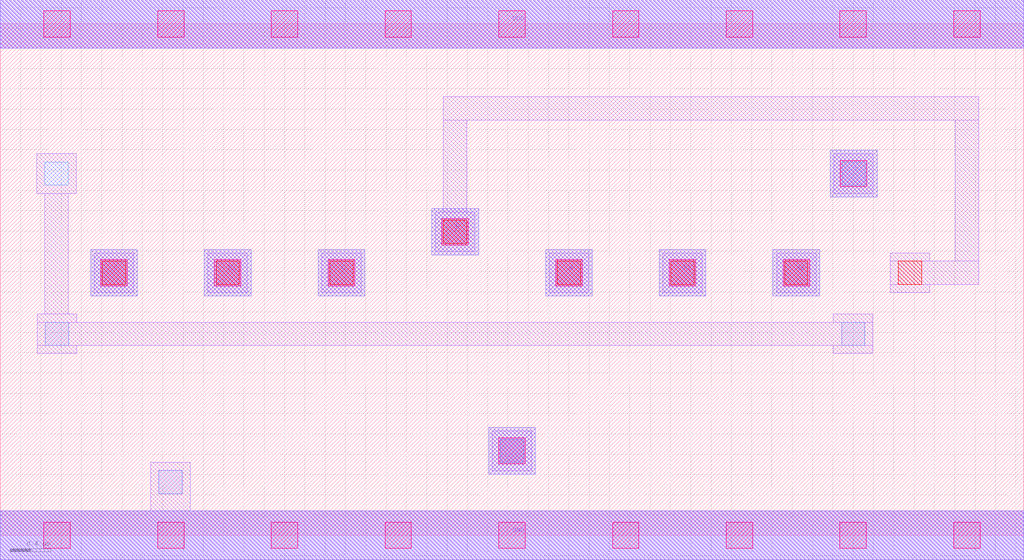
<source format=lef>
MACRO AOAAOI3112
 CLASS CORE ;
 FOREIGN AOAAOI3112 0 0 ;
 SIZE 10.08 BY 5.04 ;
 ORIGIN 0 0 ;
 SYMMETRY X Y R90 ;
 SITE unit ;
  PIN VDD
   DIRECTION INOUT ;
   USE POWER ;
   SHAPE ABUTMENT ;
    PORT
     CLASS CORE ;
       LAYER met1 ;
        RECT 0.00000000 4.80000000 10.08000000 5.28000000 ;
       LAYER met2 ;
        RECT 0.00000000 4.80000000 10.08000000 5.28000000 ;
    END
  END VDD

  PIN GND
   DIRECTION INOUT ;
   USE POWER ;
   SHAPE ABUTMENT ;
    PORT
     CLASS CORE ;
       LAYER met1 ;
        RECT 0.00000000 -0.24000000 10.08000000 0.24000000 ;
       LAYER met2 ;
        RECT 0.00000000 -0.24000000 10.08000000 0.24000000 ;
    END
  END GND

  PIN Y
   DIRECTION INOUT ;
   USE SIGNAL ;
   SHAPE ABUTMENT ;
    PORT
     CLASS CORE ;
       LAYER met2 ;
        RECT 4.81000000 0.60200000 5.27000000 1.06200000 ;
       LAYER met2 ;
        RECT 8.17500000 3.33500000 8.63500000 3.79500000 ;
    END
  END Y

  PIN C
   DIRECTION INOUT ;
   USE SIGNAL ;
   SHAPE ABUTMENT ;
    PORT
     CLASS CORE ;
       LAYER met2 ;
        RECT 0.89000000 2.35700000 1.35000000 2.81700000 ;
    END
  END C

  PIN A
   DIRECTION INOUT ;
   USE SIGNAL ;
   SHAPE ABUTMENT ;
    PORT
     CLASS CORE ;
       LAYER met2 ;
        RECT 5.37000000 2.35700000 5.83000000 2.81700000 ;
    END
  END A

  PIN D1
   DIRECTION INOUT ;
   USE SIGNAL ;
   SHAPE ABUTMENT ;
    PORT
     CLASS CORE ;
       LAYER met2 ;
        RECT 2.01000000 2.35700000 2.47000000 2.81700000 ;
    END
  END D1

  PIN D
   DIRECTION INOUT ;
   USE SIGNAL ;
   SHAPE ABUTMENT ;
    PORT
     CLASS CORE ;
       LAYER met2 ;
        RECT 3.13000000 2.35700000 3.59000000 2.81700000 ;
    END
  END D

  PIN A1
   DIRECTION INOUT ;
   USE SIGNAL ;
   SHAPE ABUTMENT ;
    PORT
     CLASS CORE ;
       LAYER met2 ;
        RECT 6.49000000 2.35700000 6.95000000 2.81700000 ;
    END
  END A1

  PIN A2
   DIRECTION INOUT ;
   USE SIGNAL ;
   SHAPE ABUTMENT ;
    PORT
     CLASS CORE ;
       LAYER met2 ;
        RECT 7.61000000 2.35700000 8.07000000 2.81700000 ;
    END
  END A2

  PIN B
   DIRECTION INOUT ;
   USE SIGNAL ;
   SHAPE ABUTMENT ;
    PORT
     CLASS CORE ;
       LAYER met2 ;
        RECT 4.25000000 2.76200000 4.71000000 3.22200000 ;
    END
  END B

 OBS
    LAYER polycont ;
     RECT 1.00500000 2.47200000 1.23500000 2.70200000 ;
     RECT 2.12500000 2.47200000 2.35500000 2.70200000 ;
     RECT 3.24500000 2.47200000 3.47500000 2.70200000 ;
     RECT 5.48500000 2.47200000 5.71500000 2.70200000 ;
     RECT 6.60500000 2.47200000 6.83500000 2.70200000 ;
     RECT 7.72500000 2.47200000 7.95500000 2.70200000 ;
     RECT 8.84500000 2.47200000 9.07500000 2.70200000 ;
     RECT 4.36500000 2.87700000 4.59500000 3.10700000 ;

    LAYER pdiffc ;
     RECT 0.44000000 3.45000000 0.67000000 3.68000000 ;
     RECT 8.29000000 3.45000000 8.52000000 3.68000000 ;

    LAYER ndiffc ;
     RECT 1.56000000 0.41000000 1.79000000 0.64000000 ;
     RECT 4.92500000 0.71700000 5.15500000 0.94700000 ;
     RECT 0.44500000 1.87000000 0.67500000 2.10000000 ;
     RECT 8.28500000 1.87000000 8.51500000 2.10000000 ;

    LAYER met1 ;
     RECT 0.00000000 -0.24000000 10.08000000 0.24000000 ;
     RECT 1.48000000 0.24000000 1.87000000 0.72000000 ;
     RECT 4.84500000 0.63700000 5.23500000 1.02700000 ;
     RECT 0.92500000 2.39200000 1.31500000 2.78200000 ;
     RECT 2.04500000 2.39200000 2.43500000 2.78200000 ;
     RECT 3.16500000 2.39200000 3.55500000 2.78200000 ;
     RECT 5.40500000 2.39200000 5.79500000 2.78200000 ;
     RECT 6.52500000 2.39200000 6.91500000 2.78200000 ;
     RECT 7.64500000 2.39200000 8.03500000 2.78200000 ;
     RECT 0.36500000 1.79000000 0.75500000 1.87000000 ;
     RECT 8.20500000 1.79000000 8.59500000 1.87000000 ;
     RECT 0.36500000 1.87000000 8.59500000 2.10000000 ;
     RECT 0.36500000 2.10000000 0.75500000 2.18000000 ;
     RECT 8.20500000 2.10000000 8.59500000 2.18000000 ;
     RECT 0.44000000 2.18000000 0.67000000 3.37000000 ;
     RECT 0.36000000 3.37000000 0.75000000 3.76000000 ;
     RECT 8.21000000 3.37000000 8.60000000 3.76000000 ;
     RECT 8.76500000 2.39200000 9.15500000 2.47200000 ;
     RECT 8.76500000 2.47200000 9.63500000 2.70200000 ;
     RECT 8.76500000 2.70200000 9.15500000 2.78200000 ;
     RECT 4.28500000 2.79700000 4.67500000 3.18700000 ;
     RECT 4.36500000 3.18700000 4.59500000 4.09200000 ;
     RECT 9.40500000 2.70200000 9.63500000 4.09200000 ;
     RECT 4.36500000 4.09200000 9.63500000 4.32200000 ;
     RECT 0.00000000 4.80000000 10.08000000 5.28000000 ;

    LAYER via1 ;
     RECT 0.43000000 -0.13000000 0.69000000 0.13000000 ;
     RECT 1.55000000 -0.13000000 1.81000000 0.13000000 ;
     RECT 2.67000000 -0.13000000 2.93000000 0.13000000 ;
     RECT 3.79000000 -0.13000000 4.05000000 0.13000000 ;
     RECT 4.91000000 -0.13000000 5.17000000 0.13000000 ;
     RECT 6.03000000 -0.13000000 6.29000000 0.13000000 ;
     RECT 7.15000000 -0.13000000 7.41000000 0.13000000 ;
     RECT 8.27000000 -0.13000000 8.53000000 0.13000000 ;
     RECT 9.39000000 -0.13000000 9.65000000 0.13000000 ;
     RECT 4.91000000 0.70200000 5.17000000 0.96200000 ;
     RECT 0.99000000 2.45700000 1.25000000 2.71700000 ;
     RECT 2.11000000 2.45700000 2.37000000 2.71700000 ;
     RECT 3.23000000 2.45700000 3.49000000 2.71700000 ;
     RECT 5.47000000 2.45700000 5.73000000 2.71700000 ;
     RECT 6.59000000 2.45700000 6.85000000 2.71700000 ;
     RECT 7.71000000 2.45700000 7.97000000 2.71700000 ;
     RECT 4.35000000 2.86200000 4.61000000 3.12200000 ;
     RECT 8.27500000 3.43500000 8.53500000 3.69500000 ;
     RECT 0.43000000 4.91000000 0.69000000 5.17000000 ;
     RECT 1.55000000 4.91000000 1.81000000 5.17000000 ;
     RECT 2.67000000 4.91000000 2.93000000 5.17000000 ;
     RECT 3.79000000 4.91000000 4.05000000 5.17000000 ;
     RECT 4.91000000 4.91000000 5.17000000 5.17000000 ;
     RECT 6.03000000 4.91000000 6.29000000 5.17000000 ;
     RECT 7.15000000 4.91000000 7.41000000 5.17000000 ;
     RECT 8.27000000 4.91000000 8.53000000 5.17000000 ;
     RECT 9.39000000 4.91000000 9.65000000 5.17000000 ;

    LAYER met2 ;
     RECT 0.00000000 -0.24000000 10.08000000 0.24000000 ;
     RECT 4.81000000 0.60200000 5.27000000 1.06200000 ;
     RECT 0.89000000 2.35700000 1.35000000 2.81700000 ;
     RECT 2.01000000 2.35700000 2.47000000 2.81700000 ;
     RECT 3.13000000 2.35700000 3.59000000 2.81700000 ;
     RECT 5.37000000 2.35700000 5.83000000 2.81700000 ;
     RECT 6.49000000 2.35700000 6.95000000 2.81700000 ;
     RECT 7.61000000 2.35700000 8.07000000 2.81700000 ;
     RECT 4.25000000 2.76200000 4.71000000 3.22200000 ;
     RECT 8.17500000 3.33500000 8.63500000 3.79500000 ;
     RECT 0.00000000 4.80000000 10.08000000 5.28000000 ;

 END
END AOAAOI3112

</source>
